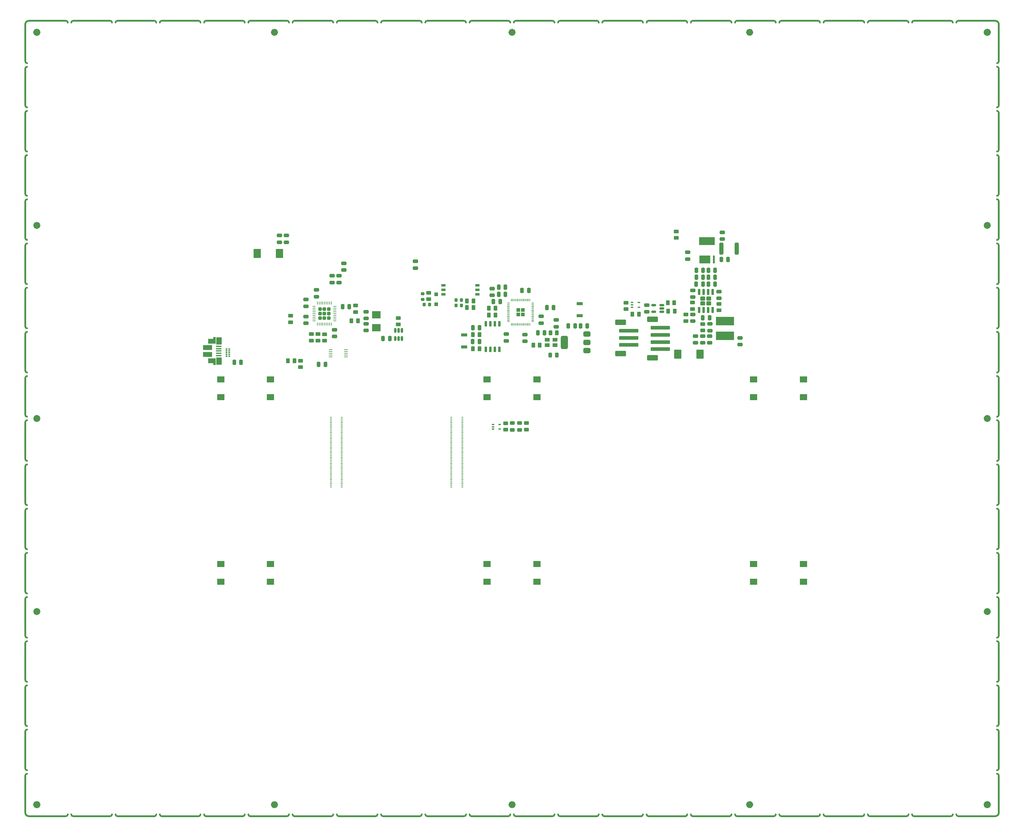
<source format=gtp>
G04 #@! TF.GenerationSoftware,KiCad,Pcbnew,8.0.4+1*
G04 #@! TF.CreationDate,2024-10-16T16:46:03+00:00*
G04 #@! TF.ProjectId,stencil,7374656e-6369-46c2-9e6b-696361645f70,4.0.0*
G04 #@! TF.SameCoordinates,Original*
G04 #@! TF.FileFunction,Paste,Top*
G04 #@! TF.FilePolarity,Positive*
%FSLAX46Y46*%
G04 Gerber Fmt 4.6, Leading zero omitted, Abs format (unit mm)*
G04 Created by KiCad (PCBNEW 8.0.4+1) date 2024-10-16 16:46:03*
%MOMM*%
%LPD*%
G01*
G04 APERTURE LIST*
G04 Aperture macros list*
%AMRoundRect*
0 Rectangle with rounded corners*
0 $1 Rounding radius*
0 $2 $3 $4 $5 $6 $7 $8 $9 X,Y pos of 4 corners*
0 Add a 4 corners polygon primitive as box body*
4,1,4,$2,$3,$4,$5,$6,$7,$8,$9,$2,$3,0*
0 Add four circle primitives for the rounded corners*
1,1,$1+$1,$2,$3*
1,1,$1+$1,$4,$5*
1,1,$1+$1,$6,$7*
1,1,$1+$1,$8,$9*
0 Add four rect primitives between the rounded corners*
20,1,$1+$1,$2,$3,$4,$5,0*
20,1,$1+$1,$4,$5,$6,$7,0*
20,1,$1+$1,$6,$7,$8,$9,0*
20,1,$1+$1,$8,$9,$2,$3,0*%
G04 Aperture macros list end*
%ADD10C,0.500000*%
%ADD11C,1.000000*%
%ADD12C,1.050000*%
%ADD13RoundRect,0.250000X0.262500X0.450000X-0.262500X0.450000X-0.262500X-0.450000X0.262500X-0.450000X0*%
%ADD14RoundRect,0.250000X-0.262500X-0.450000X0.262500X-0.450000X0.262500X0.450000X-0.262500X0.450000X0*%
%ADD15RoundRect,0.250000X-0.250000X-0.475000X0.250000X-0.475000X0.250000X0.475000X-0.250000X0.475000X0*%
%ADD16RoundRect,0.250000X0.475000X-0.250000X0.475000X0.250000X-0.475000X0.250000X-0.475000X-0.250000X0*%
%ADD17RoundRect,0.250000X-0.475000X0.250000X-0.475000X-0.250000X0.475000X-0.250000X0.475000X0.250000X0*%
%ADD18RoundRect,0.375000X0.625000X0.375000X-0.625000X0.375000X-0.625000X-0.375000X0.625000X-0.375000X0*%
%ADD19RoundRect,0.500000X0.500000X1.400000X-0.500000X1.400000X-0.500000X-1.400000X0.500000X-1.400000X0*%
%ADD20RoundRect,0.250000X0.250000X0.475000X-0.250000X0.475000X-0.250000X-0.475000X0.250000X-0.475000X0*%
%ADD21RoundRect,0.250000X0.787500X1.025000X-0.787500X1.025000X-0.787500X-1.025000X0.787500X-1.025000X0*%
%ADD22R,1.700000X0.900000*%
%ADD23RoundRect,0.250000X-0.450000X0.262500X-0.450000X-0.262500X0.450000X-0.262500X0.450000X0.262500X0*%
%ADD24R,2.400000X2.000000*%
%ADD25R,1.400000X1.100000*%
%ADD26RoundRect,0.250000X0.450000X-0.262500X0.450000X0.262500X-0.450000X0.262500X-0.450000X-0.262500X0*%
%ADD27RoundRect,0.243750X0.243750X0.456250X-0.243750X0.456250X-0.243750X-0.456250X0.243750X-0.456250X0*%
%ADD28R,2.000000X1.800000*%
%ADD29RoundRect,0.250000X-0.460000X0.315000X-0.460000X-0.315000X0.460000X-0.315000X0.460000X0.315000X0*%
%ADD30RoundRect,0.150000X-0.150000X0.737500X-0.150000X-0.737500X0.150000X-0.737500X0.150000X0.737500X0*%
%ADD31RoundRect,0.150000X0.150000X-0.512500X0.150000X0.512500X-0.150000X0.512500X-0.150000X-0.512500X0*%
%ADD32R,3.150000X2.200000*%
%ADD33R,0.600000X2.200000*%
%ADD34R,4.400000X2.200000*%
%ADD35R,1.650000X0.400000*%
%ADD36R,0.700000X1.825000*%
%ADD37R,1.500000X2.000000*%
%ADD38R,2.000000X1.350000*%
%ADD39R,2.500000X1.430000*%
%ADD40RoundRect,0.247500X-0.247500X0.247500X-0.247500X-0.247500X0.247500X-0.247500X0.247500X0.247500X0*%
%ADD41RoundRect,0.062500X-0.062500X0.350000X-0.062500X-0.350000X0.062500X-0.350000X0.062500X0.350000X0*%
%ADD42RoundRect,0.062500X-0.350000X0.062500X-0.350000X-0.062500X0.350000X-0.062500X0.350000X0.062500X0*%
%ADD43R,1.300000X0.800000*%
%ADD44R,1.100000X0.250000*%
%ADD45RoundRect,0.250000X0.292217X-0.292217X0.292217X0.292217X-0.292217X0.292217X-0.292217X-0.292217X0*%
%ADD46RoundRect,0.040000X0.040000X-0.310000X0.040000X0.310000X-0.040000X0.310000X-0.040000X-0.310000X0*%
%ADD47RoundRect,0.040000X0.310000X-0.040000X0.310000X0.040000X-0.310000X0.040000X-0.310000X-0.040000X0*%
%ADD48RoundRect,0.243750X-0.456250X0.243750X-0.456250X-0.243750X0.456250X-0.243750X0.456250X0.243750X0*%
%ADD49RoundRect,0.218750X-0.256250X0.218750X-0.256250X-0.218750X0.256250X-0.218750X0.256250X0.218750X0*%
%ADD50RoundRect,0.250000X-0.300000X0.300000X-0.300000X-0.300000X0.300000X-0.300000X0.300000X0.300000X0*%
%ADD51RoundRect,0.218750X-0.218750X-0.256250X0.218750X-0.256250X0.218750X0.256250X-0.218750X0.256250X0*%
%ADD52RoundRect,0.250000X0.312500X1.450000X-0.312500X1.450000X-0.312500X-1.450000X0.312500X-1.450000X0*%
%ADD53RoundRect,0.250000X2.500000X-0.250000X2.500000X0.250000X-2.500000X0.250000X-2.500000X-0.250000X0*%
%ADD54RoundRect,0.250000X1.250000X-0.550000X1.250000X0.550000X-1.250000X0.550000X-1.250000X-0.550000X0*%
%ADD55RoundRect,0.150000X0.150000X-0.650000X0.150000X0.650000X-0.150000X0.650000X-0.150000X-0.650000X0*%
%ADD56R,0.560000X0.160000*%
%ADD57RoundRect,0.075000X0.200000X-0.075000X0.200000X0.075000X-0.200000X0.075000X-0.200000X-0.075000X0*%
%ADD58RoundRect,0.100000X-0.225000X-0.100000X0.225000X-0.100000X0.225000X0.100000X-0.225000X0.100000X0*%
%ADD59R,5.100000X2.350000*%
%ADD60RoundRect,0.150000X0.512500X0.150000X-0.512500X0.150000X-0.512500X-0.150000X0.512500X-0.150000X0*%
G04 APERTURE END LIST*
D10*
X112903470Y167494385D02*
X123358015Y167494385D01*
X-26096525Y167494385D02*
G75*
G02*
X-25596525Y166994385I-1J-500001D01*
G01*
D11*
X20619385Y-53255615D02*
G75*
G02*
X19619385Y-53255615I-500000J0D01*
G01*
X19619385Y-53255615D02*
G75*
G02*
X20619385Y-53255615I500000J0D01*
G01*
D10*
X212039830Y166994385D02*
G75*
G02*
X212539830Y167494340I499955J0D01*
G01*
X137812560Y-56505615D02*
G75*
G02*
X137312585Y-56005615I25J500000D01*
G01*
D11*
X-46255615Y1119385D02*
G75*
G02*
X-47255615Y1119385I-500000J0D01*
G01*
X-47255615Y1119385D02*
G75*
G02*
X-46255615Y1119385I500000J0D01*
G01*
D10*
X223494385Y-7227831D02*
G75*
G02*
X223994369Y-7727831I0J-499984D01*
G01*
X125358015Y-56505615D02*
G75*
G02*
X124857985Y-56005615I-30J500000D01*
G01*
X-49505615Y-31116719D02*
G75*
G02*
X-50005615Y-30616719I1J500001D01*
G01*
X-49505615Y118216609D02*
G75*
G02*
X-50005615Y118716609I1J500001D01*
G01*
X137812560Y-56505615D02*
X148267105Y-56505615D01*
X223994385Y106272165D02*
G75*
G02*
X223494385Y105772185I-500000J20D01*
G01*
X223994385Y118716609D02*
G75*
G02*
X223494385Y118216585I-500000J-24D01*
G01*
X87994380Y-56505615D02*
G75*
G02*
X87494385Y-56005615I5J500000D01*
G01*
X149767105Y166994385D02*
G75*
G02*
X150267105Y167494365I499980J0D01*
G01*
X36176200Y167494385D02*
G75*
G02*
X36676185Y166994385I-15J-500000D01*
G01*
X223994385Y42049945D02*
X223994385Y31605501D01*
X61585290Y-56005615D02*
G75*
G02*
X61085290Y-56505620I-500005J0D01*
G01*
X-49505615Y6216613D02*
G75*
G02*
X-50005615Y6716613I1J500001D01*
G01*
X223994385Y166494385D02*
X223994385Y156049941D01*
D11*
X-46255615Y55494385D02*
G75*
G02*
X-47255615Y55494385I-500000J0D01*
G01*
X-47255615Y55494385D02*
G75*
G02*
X-46255615Y55494385I500000J0D01*
G01*
D10*
X11267110Y167494385D02*
G75*
G02*
X11767085Y166994385I-25J-500000D01*
G01*
X223994385Y56494389D02*
G75*
G02*
X223494385Y55994385I-500000J-4D01*
G01*
X223494385Y-19672275D02*
G75*
G02*
X223994425Y-20172275I0J-500040D01*
G01*
D11*
X-46255615Y109869385D02*
G75*
G02*
X-47255615Y109869385I-500000J0D01*
G01*
X-47255615Y109869385D02*
G75*
G02*
X-46255615Y109869385I500000J0D01*
G01*
D10*
X812565Y-56505615D02*
X11267110Y-56505615D01*
X25721655Y-56505615D02*
X36176200Y-56505615D01*
X173176195Y167494385D02*
G75*
G02*
X173676185Y166994385I-10J-500000D01*
G01*
X223494385Y-32116719D02*
G75*
G02*
X223994381Y-32616719I0J-499996D01*
G01*
X50630745Y167494385D02*
X61085290Y167494385D01*
X223994385Y-43061163D02*
G75*
G02*
X223494385Y-43561115I-500000J48D01*
G01*
X175176195Y167494385D02*
X185630740Y167494385D01*
X187130740Y166994385D02*
G75*
G02*
X187630740Y167494430I500045J0D01*
G01*
X162721650Y167494385D02*
X173176195Y167494385D01*
X123358015Y167494385D02*
G75*
G02*
X123857985Y166994385I-30J-500000D01*
G01*
X62585290Y166994385D02*
G75*
G02*
X63085290Y167494380I499995J0D01*
G01*
X25721655Y167494385D02*
X36176200Y167494385D01*
X223994385Y-45061163D02*
X223994385Y-55505607D01*
X223494385Y129661053D02*
G75*
G02*
X223994353Y129161053I0J-499968D01*
G01*
X-49505615Y31105501D02*
G75*
G02*
X-50005615Y31605501I1J500001D01*
G01*
X187630740Y-56505615D02*
G75*
G02*
X187130785Y-56005615I45J500000D01*
G01*
X87994380Y167494385D02*
X98448925Y167494385D01*
X223994385Y29605501D02*
X223994385Y19161057D01*
X223994385Y6716613D02*
G75*
G02*
X223494385Y6216585I-500000J-28D01*
G01*
X13267110Y-56505615D02*
X23721655Y-56505615D01*
X-24096525Y-56505615D02*
G75*
G02*
X-24596525Y-56005615I1J500001D01*
G01*
X312565Y166994385D02*
G75*
G02*
X812565Y167494405I500020J0D01*
G01*
X-49505615Y105772165D02*
G75*
G02*
X-50005615Y106272165I1J500001D01*
G01*
X75539835Y167494385D02*
X85994380Y167494385D01*
X212539830Y-56505615D02*
G75*
G02*
X212039785Y-56005615I-45J500000D01*
G01*
X160721650Y167494385D02*
G75*
G02*
X161221685Y166994385I35J-500000D01*
G01*
X63085290Y-56505615D02*
G75*
G02*
X62585285Y-56005615I-5J500000D01*
G01*
D12*
X221269385Y164244385D02*
G75*
G02*
X220219385Y164244385I-525000J0D01*
G01*
X220219385Y164244385D02*
G75*
G02*
X221269385Y164244385I525000J0D01*
G01*
D10*
X11767110Y-56005615D02*
G75*
G02*
X11267110Y-56505640I-500025J0D01*
G01*
D11*
X221244385Y1119385D02*
G75*
G02*
X220244385Y1119385I-500000J0D01*
G01*
X220244385Y1119385D02*
G75*
G02*
X221244385Y1119385I500000J0D01*
G01*
D10*
X50630745Y-56505615D02*
X61085290Y-56505615D01*
X223994385Y-18172275D02*
G75*
G02*
X223494385Y-18672315I-500000J-40D01*
G01*
X223994385Y31605501D02*
G75*
G02*
X223494385Y31105485I-500000J-16D01*
G01*
X-50005615Y29605501D02*
X-50005615Y19161057D01*
X24221655Y-56005615D02*
G75*
G02*
X23721655Y-56505585I-499970J0D01*
G01*
X812565Y167494385D02*
X11267110Y167494385D01*
X112403470Y166994385D02*
G75*
G02*
X112903470Y167494400I500015J0D01*
G01*
X-50005615Y91827721D02*
X-50005615Y81383277D01*
X223494385Y154549941D02*
G75*
G02*
X223994341Y154049941I0J-499956D01*
G01*
X185630740Y167494385D02*
G75*
G02*
X186130785Y166994385I45J-500000D01*
G01*
X137812560Y167494385D02*
X148267105Y167494385D01*
X-50005615Y141605497D02*
G75*
G02*
X-49505615Y142105497I500001J-1D01*
G01*
X-50005615Y-20172275D02*
G75*
G02*
X-49505615Y-19672275I500001J-1D01*
G01*
X223994385Y-7727831D02*
X223994385Y-18172275D01*
X223994385Y54494389D02*
X223994385Y44049945D01*
D11*
X221244385Y55494385D02*
G75*
G02*
X220244385Y55494385I-500000J0D01*
G01*
X220244385Y55494385D02*
G75*
G02*
X221244385Y55494385I500000J0D01*
G01*
D10*
X223994385Y-32616719D02*
X223994385Y-43061163D01*
X48630745Y167494385D02*
G75*
G02*
X49130785Y166994385I40J-500000D01*
G01*
X-50005615Y79383277D02*
G75*
G02*
X-49505615Y79883277I500001J-1D01*
G01*
D11*
X87494385Y-53255615D02*
G75*
G02*
X86494385Y-53255615I-500000J0D01*
G01*
X86494385Y-53255615D02*
G75*
G02*
X87494385Y-53255615I500000J0D01*
G01*
D10*
X-49505615Y93327721D02*
G75*
G02*
X-50005615Y93827721I1J500001D01*
G01*
X223994385Y91827721D02*
X223994385Y81383277D01*
X-49505615Y68438833D02*
G75*
G02*
X-50005615Y68938833I1J500001D01*
G01*
X200085285Y-56505615D02*
X210539830Y-56505615D01*
X124858015Y166994385D02*
G75*
G02*
X125358015Y167494355I499970J0D01*
G01*
X38176200Y167494385D02*
X48630745Y167494385D01*
X223994385Y-30616719D02*
G75*
G02*
X223494385Y-31116715I-500000J4D01*
G01*
X-24596525Y166994385D02*
G75*
G02*
X-24096525Y167494385I500001J-1D01*
G01*
X223994385Y154049941D02*
X223994385Y143605497D01*
X12767110Y166994385D02*
G75*
G02*
X13267110Y167494360I499975J0D01*
G01*
X223494385Y42549945D02*
G75*
G02*
X223994345Y42049945I0J-499960D01*
G01*
X-24096525Y-56505615D02*
X-13641980Y-56505615D01*
X-50005615Y66938833D02*
G75*
G02*
X-49505615Y67438833I500001J-1D01*
G01*
X-50005615Y129161053D02*
G75*
G02*
X-49505615Y129661053I500001J-1D01*
G01*
X223994385Y116716609D02*
X223994385Y106272165D01*
X-50005615Y91827721D02*
G75*
G02*
X-49505615Y92327721I500001J-1D01*
G01*
X-687435Y-56005615D02*
G75*
G02*
X-1187435Y-56505595I-499980J0D01*
G01*
X87494380Y166994385D02*
G75*
G02*
X87994380Y167494390I500005J0D01*
G01*
X-50005615Y17161057D02*
G75*
G02*
X-49505615Y17661057I500001J-1D01*
G01*
X98448925Y167494385D02*
G75*
G02*
X98948885Y166994385I-40J-500000D01*
G01*
X112903470Y-56505615D02*
X123358015Y-56505615D01*
X162721650Y-56505615D02*
X173176195Y-56505615D01*
X187630740Y167494385D02*
X198085285Y167494385D01*
X-49505615Y18661057D02*
G75*
G02*
X-50005615Y19161057I1J500001D01*
G01*
X-49505615Y-6227831D02*
G75*
G02*
X-50005615Y-5727831I1J500001D01*
G01*
X223494385Y54994389D02*
G75*
G02*
X223994389Y54494389I0J-500004D01*
G01*
X-13141980Y-56005615D02*
G75*
G02*
X-13641980Y-56505620I-500005J0D01*
G01*
X200085285Y167494385D02*
X210539830Y167494385D01*
X111403470Y-56005615D02*
G75*
G02*
X110903470Y-56505600I-499985J0D01*
G01*
X223994385Y68938833D02*
G75*
G02*
X223494385Y68438785I-500000J-48D01*
G01*
X-50005615Y42049945D02*
X-50005615Y31605501D01*
X-50005615Y166494385D02*
X-50005615Y156049941D01*
X-50005615Y104272165D02*
X-50005615Y93827721D01*
X23721655Y167494385D02*
G75*
G02*
X24221685Y166994385I30J-500000D01*
G01*
X75039835Y166994385D02*
G75*
G02*
X75539835Y167494435I500050J0D01*
G01*
X-11641980Y167494385D02*
X-1187435Y167494385D01*
X223994385Y17161057D02*
X223994385Y6716613D01*
X223994385Y129161053D02*
X223994385Y118716609D01*
X-50005615Y116716609D02*
X-50005615Y106272165D01*
X175176195Y-56505615D02*
X185630740Y-56505615D01*
X223994385Y104272165D02*
X223994385Y93827721D01*
X-50005615Y4716613D02*
G75*
G02*
X-49505615Y5216613I500001J-1D01*
G01*
X223494385Y142105497D02*
G75*
G02*
X223994397Y141605497I0J-500012D01*
G01*
X-50005615Y141605497D02*
X-50005615Y131161053D01*
D11*
X154369385Y164244385D02*
G75*
G02*
X153369385Y164244385I-500000J0D01*
G01*
X153369385Y164244385D02*
G75*
G02*
X154369385Y164244385I500000J0D01*
G01*
D10*
X-25596525Y-56005615D02*
G75*
G02*
X-26096525Y-56505615I-500001J1D01*
G01*
X210539830Y167494385D02*
G75*
G02*
X211039785Y166994385I-45J-500000D01*
G01*
X-11641980Y-56505615D02*
X-1187435Y-56505615D01*
X-49005615Y-56505615D02*
X-38551070Y-56505615D01*
X-50005615Y4716613D02*
X-50005615Y-5727831D01*
X199585285Y166994385D02*
G75*
G02*
X200085285Y167494385I500000J0D01*
G01*
X13267110Y167494385D02*
X23721655Y167494385D01*
X63085290Y-56505615D02*
X73539835Y-56505615D01*
X75539835Y-56505615D02*
X85994380Y-56505615D01*
X-50005615Y-32616719D02*
G75*
G02*
X-49505615Y-32116719I500001J-1D01*
G01*
D11*
X20619385Y164244385D02*
G75*
G02*
X19619385Y164244385I-500000J0D01*
G01*
X19619385Y164244385D02*
G75*
G02*
X20619385Y164244385I500000J0D01*
G01*
D10*
X150267105Y167494385D02*
X160721650Y167494385D01*
X223994385Y79383277D02*
X223994385Y68938833D01*
X-50005615Y116716609D02*
G75*
G02*
X-49505615Y117216609I500001J-1D01*
G01*
X-50005615Y42049945D02*
G75*
G02*
X-49505615Y42549945I500001J-1D01*
G01*
X-49505615Y-43561163D02*
G75*
G02*
X-50005615Y-43061163I1J500001D01*
G01*
X223994385Y19161057D02*
G75*
G02*
X223494385Y18661085I-500000J28D01*
G01*
X37676200Y166994385D02*
G75*
G02*
X38176200Y167494370I499985J0D01*
G01*
X223494385Y5216613D02*
G75*
G02*
X223994413Y4716613I0J-500028D01*
G01*
X223994385Y-55505615D02*
G75*
G02*
X222994385Y-56505615I-1000000J0D01*
G01*
X-13641980Y167494385D02*
G75*
G02*
X-13141985Y166994385I-5J-500000D01*
G01*
X-49505615Y143105497D02*
G75*
G02*
X-50005615Y143605497I1J500001D01*
G01*
X-49505615Y-18672275D02*
G75*
G02*
X-50005615Y-18172275I1J500001D01*
G01*
X135812560Y167494385D02*
G75*
G02*
X136312585Y166994385I25J-500000D01*
G01*
X212539830Y-56505615D02*
X222994375Y-56505615D01*
D12*
X221269385Y-53255615D02*
G75*
G02*
X220219385Y-53255615I-525000J0D01*
G01*
X220219385Y-53255615D02*
G75*
G02*
X221269385Y-53255615I525000J0D01*
G01*
D10*
X49130745Y-56005615D02*
G75*
G02*
X48630745Y-56505575I-499960J0D01*
G01*
X-50005615Y54494389D02*
G75*
G02*
X-49505615Y54994389I500001J-1D01*
G01*
X137312560Y166994385D02*
G75*
G02*
X137812560Y167494410I500025J0D01*
G01*
X186130740Y-56005615D02*
G75*
G02*
X185630740Y-56505570I-499955J0D01*
G01*
D11*
X221244385Y109869385D02*
G75*
G02*
X220244385Y109869385I-500000J0D01*
G01*
X220244385Y109869385D02*
G75*
G02*
X221244385Y109869385I500000J0D01*
G01*
D10*
X98948925Y-56005615D02*
G75*
G02*
X98448925Y-56505655I-500040J0D01*
G01*
X25221655Y166994385D02*
G75*
G02*
X25721655Y167494415I500030J0D01*
G01*
X63085290Y167494385D02*
X73539835Y167494385D01*
X223494385Y17661057D02*
G75*
G02*
X223994357Y17161057I0J-499972D01*
G01*
X223494385Y30105501D02*
G75*
G02*
X223994401Y29605501I0J-500016D01*
G01*
X223494385Y67438833D02*
G75*
G02*
X223994433Y66938833I0J-500048D01*
G01*
X223994385Y131161053D02*
G75*
G02*
X223494385Y130661085I-500000J32D01*
G01*
D11*
X87494385Y164244385D02*
G75*
G02*
X86494385Y164244385I-500000J0D01*
G01*
X86494385Y164244385D02*
G75*
G02*
X87494385Y164244385I500000J0D01*
G01*
D10*
X-38051070Y-56005615D02*
G75*
G02*
X-38551070Y-56505615I-500001J1D01*
G01*
X-1187435Y167494385D02*
G75*
G02*
X-687415Y166994385I20J-500000D01*
G01*
X87994380Y-56505615D02*
X98448925Y-56505615D01*
X36676200Y-56005615D02*
G75*
G02*
X36176200Y-56505630I-500015J0D01*
G01*
X73539835Y167494385D02*
G75*
G02*
X74039785Y166994385I-50J-500000D01*
G01*
X223994385Y93827721D02*
G75*
G02*
X223494385Y93327685I-500000J-36D01*
G01*
X99948925Y166994385D02*
G75*
G02*
X100448925Y167494345I499960J0D01*
G01*
X223494385Y79883277D02*
G75*
G02*
X223994377Y79383277I0J-499992D01*
G01*
X-50005615Y154049941D02*
X-50005615Y143605497D01*
X86494380Y-56005615D02*
G75*
G02*
X85994380Y-56505610I-499995J0D01*
G01*
X74039835Y-56005615D02*
G75*
G02*
X73539835Y-56505665I-500050J0D01*
G01*
X-50005615Y129161053D02*
X-50005615Y118716609D01*
X222994385Y167494385D02*
G75*
G02*
X223994385Y166494385I0J-1000000D01*
G01*
X223494385Y92327721D02*
G75*
G02*
X223994421Y91827721I0J-500036D01*
G01*
X212539830Y167494385D02*
X222994375Y167494385D01*
X-11641980Y-56505615D02*
G75*
G02*
X-12142015Y-56005615I-35J500000D01*
G01*
X125358015Y-56505615D02*
X135812560Y-56505615D01*
X100448925Y167494385D02*
X110903470Y167494385D01*
X-49505615Y80883277D02*
G75*
G02*
X-50005615Y81383277I1J500001D01*
G01*
X112903470Y-56505615D02*
G75*
G02*
X112403485Y-56005615I15J500000D01*
G01*
X162221650Y166994385D02*
G75*
G02*
X162721650Y167494420I500035J0D01*
G01*
X50630745Y-56505615D02*
G75*
G02*
X50130785Y-56005615I40J500000D01*
G01*
X223994385Y143605497D02*
G75*
G02*
X223494385Y143105485I-500000J-12D01*
G01*
X-49505615Y155549941D02*
G75*
G02*
X-50005615Y156049941I1J500001D01*
G01*
X-49005615Y167494385D02*
X-38551070Y167494385D01*
X-36551070Y-56505615D02*
X-26096525Y-56505615D01*
X100448925Y-56505615D02*
G75*
G02*
X99948885Y-56005615I-40J500000D01*
G01*
X148267105Y167494385D02*
G75*
G02*
X148767085Y166994385I-20J-500000D01*
G01*
X38176200Y-56505615D02*
X48630745Y-56505615D01*
X211039830Y-56005615D02*
G75*
G02*
X210539830Y-56505660I-500045J0D01*
G01*
X-50005615Y-7727831D02*
G75*
G02*
X-49505615Y-7227831I500001J-1D01*
G01*
X-50005615Y166494385D02*
G75*
G02*
X-49005615Y167494385I999999J1D01*
G01*
X-50005615Y54494389D02*
X-50005615Y44049945D01*
X-49505615Y130661053D02*
G75*
G02*
X-50005615Y131161053I1J500001D01*
G01*
X-50005615Y66938833D02*
X-50005615Y56494389D01*
X123858015Y-56005615D02*
G75*
G02*
X123358015Y-56505645I-500030J0D01*
G01*
X-50005615Y17161057D02*
X-50005615Y6716613D01*
X223994385Y156049941D02*
G75*
G02*
X223494385Y155549985I-500000J44D01*
G01*
D12*
X-46230615Y-53255615D02*
G75*
G02*
X-47280615Y-53255615I-525000J0D01*
G01*
X-47280615Y-53255615D02*
G75*
G02*
X-46230615Y-53255615I525000J0D01*
G01*
D10*
X223994385Y66938833D02*
X223994385Y56494389D01*
X61085290Y167494385D02*
G75*
G02*
X61585285Y166994385I-5J-500000D01*
G01*
X-50005615Y-45061163D02*
X-50005615Y-55505607D01*
X-50005615Y154049941D02*
G75*
G02*
X-49505615Y154549941I500001J-1D01*
G01*
X223494385Y104772165D02*
G75*
G02*
X223994365Y104272165I0J-499980D01*
G01*
X174676195Y166994385D02*
G75*
G02*
X175176195Y167494375I499990J0D01*
G01*
X-50005615Y104272165D02*
G75*
G02*
X-49505615Y104772165I500001J-1D01*
G01*
X223994385Y-5727831D02*
G75*
G02*
X223494385Y-6227815I-500000J16D01*
G01*
X-50005615Y-32616719D02*
X-50005615Y-43061163D01*
X148767105Y-56005615D02*
G75*
G02*
X148267105Y-56505635I-500020J0D01*
G01*
X187630740Y-56505615D02*
X198085285Y-56505615D01*
X50130745Y166994385D02*
G75*
G02*
X50630745Y167494425I500040J0D01*
G01*
X-50005615Y29605501D02*
G75*
G02*
X-49505615Y30105501I500001J-1D01*
G01*
X-50005615Y-45061163D02*
G75*
G02*
X-49505615Y-44561163I500001J-1D01*
G01*
X110903470Y167494385D02*
G75*
G02*
X111403485Y166994385I15J-500000D01*
G01*
X25721655Y-56505615D02*
G75*
G02*
X25221685Y-56005615I30J500000D01*
G01*
X223994385Y-20172275D02*
X223994385Y-30616719D01*
X150267105Y-56505615D02*
G75*
G02*
X149767085Y-56005615I-20J500000D01*
G01*
X-36551070Y167494385D02*
X-26096525Y167494385D01*
X13267110Y-56505615D02*
G75*
G02*
X12767085Y-56005615I-25J500000D01*
G01*
X-49005615Y-56505615D02*
G75*
G02*
X-50005615Y-55505615I-1J999999D01*
G01*
X125358015Y167494385D02*
X135812560Y167494385D01*
X161221650Y-56005615D02*
G75*
G02*
X160721650Y-56505580I-499965J0D01*
G01*
X200085285Y-56505615D02*
G75*
G02*
X199585285Y-56005615I0J500000D01*
G01*
X223994385Y81383277D02*
G75*
G02*
X223494385Y80883285I-500000J8D01*
G01*
X-24096525Y167494385D02*
X-13641980Y167494385D01*
X223494385Y117216609D02*
G75*
G02*
X223994409Y116716609I0J-500024D01*
G01*
X198085285Y167494385D02*
G75*
G02*
X198585285Y166994385I0J-500000D01*
G01*
X-49505615Y43549945D02*
G75*
G02*
X-50005615Y44049945I1J500001D01*
G01*
X-50005615Y-20172275D02*
X-50005615Y-30616719D01*
X-38551070Y167494385D02*
G75*
G02*
X-38051070Y166994385I-1J-500001D01*
G01*
X136312560Y-56005615D02*
G75*
G02*
X135812560Y-56505590I-499975J0D01*
G01*
X173676195Y-56005615D02*
G75*
G02*
X173176195Y-56505625I-500010J0D01*
G01*
X38176200Y-56505615D02*
G75*
G02*
X37676185Y-56005615I-15J500000D01*
G01*
X150267105Y-56505615D02*
X160721650Y-56505615D01*
X-50005615Y-7727831D02*
X-50005615Y-18172275D01*
X223994385Y141605497D02*
X223994385Y131161053D01*
X175176195Y-56505615D02*
G75*
G02*
X174676185Y-56005615I-10J500000D01*
G01*
X812565Y-56505615D02*
G75*
G02*
X312585Y-56005615I20J500000D01*
G01*
D12*
X-46230615Y164244385D02*
G75*
G02*
X-47280615Y164244385I-525000J0D01*
G01*
X-47280615Y164244385D02*
G75*
G02*
X-46230615Y164244385I525000J0D01*
G01*
D10*
X223994385Y44049945D02*
G75*
G02*
X223494385Y43549985I-500000J40D01*
G01*
X-50005615Y79383277D02*
X-50005615Y68938833D01*
X223994385Y4716613D02*
X223994385Y-5727831D01*
X85994380Y167494385D02*
G75*
G02*
X86494385Y166994385I5J-500000D01*
G01*
X198585285Y-56005615D02*
G75*
G02*
X198085285Y-56505615I-500000J0D01*
G01*
X-37051070Y166994385D02*
G75*
G02*
X-36551070Y167494385I500001J-1D01*
G01*
X223494385Y-44561163D02*
G75*
G02*
X223994337Y-45061163I0J-499952D01*
G01*
X-49505615Y55994389D02*
G75*
G02*
X-50005615Y56494389I1J500001D01*
G01*
X100448925Y-56505615D02*
X110903470Y-56505615D01*
X-12141980Y166994385D02*
G75*
G02*
X-11641980Y167494350I499965J0D01*
G01*
D11*
X154369385Y-53255615D02*
G75*
G02*
X153369385Y-53255615I-500000J0D01*
G01*
X153369385Y-53255615D02*
G75*
G02*
X154369385Y-53255615I500000J0D01*
G01*
D10*
X-36551070Y-56505615D02*
G75*
G02*
X-37051070Y-56005615I1J500001D01*
G01*
X162721650Y-56505615D02*
G75*
G02*
X162221685Y-56005615I35J500000D01*
G01*
X75539835Y-56505615D02*
G75*
G02*
X75039885Y-56005615I50J500000D01*
G01*
D13*
G04 #@! TO.C,R18*
X132756885Y85744385D03*
X130931885Y85744385D03*
G04 #@! TD*
D14*
G04 #@! TO.C,R21*
X92971885Y76184385D03*
X94796885Y76184385D03*
G04 #@! TD*
D15*
G04 #@! TO.C,C23*
X96794385Y86724385D03*
X98694385Y86724385D03*
G04 #@! TD*
D16*
G04 #@! TO.C,C48*
X29004385Y87084385D03*
X29004385Y88984385D03*
G04 #@! TD*
D14*
G04 #@! TO.C,R10*
X80481885Y86534385D03*
X82306885Y86534385D03*
G04 #@! TD*
D16*
G04 #@! TO.C,C21*
X81434385Y90194385D03*
X81434385Y92094385D03*
G04 #@! TD*
D17*
G04 #@! TO.C,C49*
X29004385Y84204385D03*
X29004385Y82304385D03*
G04 #@! TD*
D16*
G04 #@! TO.C,C29*
X137834385Y82884385D03*
X137834385Y84784385D03*
G04 #@! TD*
D14*
G04 #@! TO.C,R9*
X76019385Y75144385D03*
X77844385Y75144385D03*
G04 #@! TD*
D16*
G04 #@! TO.C,C28*
X138644385Y76824385D03*
X138644385Y78724385D03*
G04 #@! TD*
D18*
G04 #@! TO.C,U5*
X108034385Y74644385D03*
X108034385Y76944385D03*
D19*
X101734385Y76944385D03*
D18*
X108034385Y79244385D03*
G04 #@! TD*
D13*
G04 #@! TO.C,R20*
X122674485Y84857785D03*
X120849485Y84857785D03*
G04 #@! TD*
D20*
G04 #@! TO.C,C24*
X104754385Y81574385D03*
X102854385Y81574385D03*
G04 #@! TD*
D16*
G04 #@! TO.C,C44*
X31974385Y89784385D03*
X31974385Y91684385D03*
G04 #@! TD*
D21*
G04 #@! TO.C,C43*
X21521885Y101951985D03*
X15296885Y101951985D03*
G04 #@! TD*
D22*
G04 #@! TO.C,SW4*
X106004385Y84434385D03*
X106004385Y87834385D03*
G04 #@! TD*
D14*
G04 #@! TO.C,R6*
X80481885Y84634385D03*
X82306885Y84634385D03*
G04 #@! TD*
D15*
G04 #@! TO.C,C45*
X39284385Y87004385D03*
X41184385Y87004385D03*
G04 #@! TD*
D20*
G04 #@! TO.C,C15*
X77831885Y77144385D03*
X75931885Y77144385D03*
G04 #@! TD*
D23*
G04 #@! TO.C,R29*
X54985385Y83789085D03*
X54985385Y81964085D03*
G04 #@! TD*
D16*
G04 #@! TO.C,C42*
X23518985Y105116785D03*
X23518985Y107016785D03*
G04 #@! TD*
D24*
G04 #@! TO.C,Y1*
X48834385Y84724385D03*
X48834385Y81024385D03*
G04 #@! TD*
D21*
G04 #@! TO.C,C33*
X139885885Y73580185D03*
X133660885Y73580185D03*
G04 #@! TD*
D14*
G04 #@! TO.C,R8*
X76019385Y79144385D03*
X77844385Y79144385D03*
G04 #@! TD*
D23*
G04 #@! TO.C,R25*
X32374385Y79242485D03*
X32374385Y77417485D03*
G04 #@! TD*
D15*
G04 #@! TO.C,C34*
X140684385Y83884385D03*
X142584385Y83884385D03*
G04 #@! TD*
D23*
G04 #@! TO.C,R28*
X34274385Y79232485D03*
X34274385Y77407485D03*
G04 #@! TD*
D25*
G04 #@! TO.C,Y2*
X96894385Y76106684D03*
X99094385Y76106684D03*
X99094385Y77706686D03*
X96894385Y77706686D03*
G04 #@! TD*
D26*
G04 #@! TO.C,R15*
X137824385Y86311885D03*
X137824385Y88136885D03*
G04 #@! TD*
D27*
G04 #@! TO.C,D2*
X99631885Y73314385D03*
X97756885Y73314385D03*
G04 #@! TD*
D28*
G04 #@! TO.C,SW6*
X79994385Y66494385D03*
X93994385Y66494385D03*
X79994385Y61494385D03*
X93994385Y61494385D03*
G04 #@! TD*
D16*
G04 #@! TO.C,C8*
X136414385Y100374385D03*
X136414385Y102274385D03*
G04 #@! TD*
G04 #@! TO.C,C37*
X151124385Y76314385D03*
X151124385Y78214385D03*
G04 #@! TD*
D26*
G04 #@! TO.C,R7*
X119114385Y86291885D03*
X119114385Y88116885D03*
G04 #@! TD*
D22*
G04 #@! TO.C,SW3*
X73504385Y75644385D03*
X73504385Y79044385D03*
G04 #@! TD*
D26*
G04 #@! TO.C,R13*
X145204385Y85951885D03*
X145204385Y87776885D03*
G04 #@! TD*
D16*
G04 #@! TO.C,C32*
X142614385Y76824385D03*
X142614385Y78724385D03*
G04 #@! TD*
D23*
G04 #@! TO.C,R26*
X30474385Y79242485D03*
X30474385Y77417485D03*
G04 #@! TD*
D16*
G04 #@! TO.C,C30*
X145204385Y89324385D03*
X145204385Y91224385D03*
G04 #@! TD*
D23*
G04 #@! TO.C,R23*
X27502585Y71774885D03*
X27502585Y69949885D03*
G04 #@! TD*
D17*
G04 #@! TO.C,C35*
X137834385Y91574385D03*
X137834385Y89674385D03*
G04 #@! TD*
D20*
G04 #@! TO.C,C9*
X140744385Y95304385D03*
X138844385Y95304385D03*
G04 #@! TD*
D29*
G04 #@! TO.C,U6*
X142364385Y89274385D03*
X140664385Y89274385D03*
X142364385Y87914385D03*
X140664385Y87914385D03*
D30*
X143419385Y91156885D03*
X142149385Y91156885D03*
X140879385Y91156885D03*
X139609385Y91156885D03*
X139609385Y86031885D03*
X140879385Y86031885D03*
X142149385Y86031885D03*
X143419385Y86031885D03*
G04 #@! TD*
D20*
G04 #@! TO.C,C18*
X77855585Y81098585D03*
X75955585Y81098585D03*
G04 #@! TD*
D16*
G04 #@! TO.C,C41*
X21558985Y105116785D03*
X21558985Y107016785D03*
G04 #@! TD*
D13*
G04 #@! TO.C,R22*
X25773485Y71776785D03*
X23948485Y71776785D03*
G04 #@! TD*
D26*
G04 #@! TO.C,R3*
X63540985Y89085485D03*
X63540985Y90910485D03*
G04 #@! TD*
D17*
G04 #@! TO.C,C19*
X85344385Y79244385D03*
X85344385Y77344385D03*
G04 #@! TD*
D31*
G04 #@! TO.C,U10*
X54136985Y77979885D03*
X55086985Y77979885D03*
X56036985Y77979885D03*
X56036985Y80254885D03*
X55086985Y80254885D03*
X54136985Y80254885D03*
G04 #@! TD*
D14*
G04 #@! TO.C,R27*
X41781885Y83014385D03*
X43606885Y83014385D03*
G04 #@! TD*
D15*
G04 #@! TO.C,C50*
X8794385Y71344385D03*
X10694385Y71344385D03*
G04 #@! TD*
D32*
G04 #@! TO.C,Q1*
X141219385Y100234385D03*
D33*
X143759385Y100234385D03*
D34*
X141854385Y105434385D03*
G04 #@! TD*
D14*
G04 #@! TO.C,R11*
X97781885Y79606685D03*
X99606885Y79606685D03*
G04 #@! TD*
D17*
G04 #@! TO.C,C51*
X39694385Y99194385D03*
X39694385Y97294385D03*
G04 #@! TD*
G04 #@! TO.C,C1*
X59794385Y99744385D03*
X59794385Y97844385D03*
G04 #@! TD*
D15*
G04 #@! TO.C,C3*
X142274385Y97264385D03*
X144174385Y97264385D03*
G04 #@! TD*
D20*
G04 #@! TO.C,C2*
X147774385Y100264385D03*
X145874385Y100264385D03*
G04 #@! TD*
D16*
G04 #@! TO.C,C4*
X146164385Y106014385D03*
X146164385Y107914385D03*
G04 #@! TD*
D35*
G04 #@! TO.C,J9*
X4429385Y75819385D03*
X4429385Y75169385D03*
X4429385Y74519385D03*
X4429385Y73869385D03*
X4429385Y73219385D03*
D36*
X3229385Y77469385D03*
D37*
X4529385Y77369385D03*
D38*
X2479385Y77249385D03*
D39*
X1279385Y75479385D03*
X1279385Y73559385D03*
D38*
X2479385Y71769385D03*
D37*
X4549385Y71619385D03*
D36*
X3229385Y71519385D03*
G04 #@! TD*
D16*
G04 #@! TO.C,C36*
X140624385Y76814385D03*
X140624385Y78714385D03*
G04 #@! TD*
D17*
G04 #@! TO.C,C40*
X36344385Y95694385D03*
X36344385Y93794385D03*
G04 #@! TD*
D28*
G04 #@! TO.C,SW5*
X4994385Y66494385D03*
X18994385Y66494385D03*
X4994385Y61494385D03*
X18994385Y61494385D03*
G04 #@! TD*
D40*
G04 #@! TO.C,U9*
X35414385Y86264385D03*
X34184385Y86264385D03*
X32954385Y86264385D03*
X35414385Y85034385D03*
X34184385Y85034385D03*
X32954385Y85034385D03*
X35414385Y83804385D03*
X34184385Y83804385D03*
X32954385Y83804385D03*
D41*
X36184385Y87971885D03*
X35684385Y87971885D03*
X35184385Y87971885D03*
X34684385Y87971885D03*
X34184385Y87971885D03*
X33684385Y87971885D03*
X33184385Y87971885D03*
X32684385Y87971885D03*
X32184385Y87971885D03*
D42*
X31246885Y87034385D03*
X31246885Y86534385D03*
X31246885Y86034385D03*
X31246885Y85534385D03*
X31246885Y85034385D03*
X31246885Y84534385D03*
X31246885Y84034385D03*
X31246885Y83534385D03*
X31246885Y83034385D03*
D41*
X32184385Y82096885D03*
X32684385Y82096885D03*
X33184385Y82096885D03*
X33684385Y82096885D03*
X34184385Y82096885D03*
X34684385Y82096885D03*
X35184385Y82096885D03*
X35684385Y82096885D03*
X36184385Y82096885D03*
D42*
X37121885Y83034385D03*
X37121885Y83534385D03*
X37121885Y84034385D03*
X37121885Y84534385D03*
X37121885Y85034385D03*
X37121885Y85534385D03*
X37121885Y86034385D03*
X37121885Y86534385D03*
X37121885Y87034385D03*
G04 #@! TD*
D43*
G04 #@! TO.C,U2*
X67705985Y92992985D03*
X67705985Y91722985D03*
X67705985Y90452985D03*
X77205985Y90452985D03*
X77205985Y91722985D03*
X77205985Y92992985D03*
G04 #@! TD*
D44*
G04 #@! TO.C,U8*
X40264385Y72884385D03*
X40264385Y73384385D03*
X40264385Y73884385D03*
X40264385Y74384385D03*
X40264385Y74884385D03*
X35964385Y74884385D03*
X35964385Y74384385D03*
X35964385Y73884385D03*
X35964385Y73384385D03*
X35964385Y72884385D03*
G04 #@! TD*
D13*
G04 #@! TO.C,R4*
X76115885Y88602985D03*
X74290885Y88602985D03*
G04 #@! TD*
D26*
G04 #@! TO.C,R16*
X91034385Y52379385D03*
X91034385Y54204385D03*
G04 #@! TD*
G04 #@! TO.C,R24*
X42964385Y85461885D03*
X42964385Y87286885D03*
G04 #@! TD*
D45*
G04 #@! TO.C,U3*
X88756885Y84756885D03*
X90031885Y84756885D03*
X88756885Y86031885D03*
X90031885Y86031885D03*
D46*
X86794385Y81956885D03*
X87194385Y81956885D03*
X87594385Y81956885D03*
X87994385Y81956885D03*
X88394385Y81956885D03*
X88794385Y81956885D03*
X89194385Y81956885D03*
X89594385Y81956885D03*
X89994385Y81956885D03*
X90394385Y81956885D03*
X90794385Y81956885D03*
X91194385Y81956885D03*
X91594385Y81956885D03*
X91994385Y81956885D03*
D47*
X92831885Y82794385D03*
X92831885Y83194385D03*
X92831885Y83594385D03*
X92831885Y83994385D03*
X92831885Y84394385D03*
X92831885Y84794385D03*
X92831885Y85194385D03*
X92831885Y85594385D03*
X92831885Y85994385D03*
X92831885Y86394385D03*
X92831885Y86794385D03*
X92831885Y87194385D03*
X92831885Y87594385D03*
X92831885Y87994385D03*
D46*
X91994385Y88831885D03*
X91594385Y88831885D03*
X91194385Y88831885D03*
X90794385Y88831885D03*
X90394385Y88831885D03*
X89994385Y88831885D03*
X89594385Y88831885D03*
X89194385Y88831885D03*
X88794385Y88831885D03*
X88394385Y88831885D03*
X87994385Y88831885D03*
X87594385Y88831885D03*
X87194385Y88831885D03*
X86794385Y88831885D03*
D47*
X85956885Y87994385D03*
X85956885Y87594385D03*
X85956885Y87194385D03*
X85956885Y86794385D03*
X85956885Y86394385D03*
X85956885Y85994385D03*
X85956885Y85594385D03*
X85956885Y85194385D03*
X85956885Y84794385D03*
X85956885Y84394385D03*
X85956885Y83994385D03*
X85956885Y83594385D03*
X85956885Y83194385D03*
X85956885Y82794385D03*
G04 #@! TD*
D20*
G04 #@! TO.C,C46*
X34464385Y70694385D03*
X32564385Y70694385D03*
G04 #@! TD*
D48*
G04 #@! TO.C,D7*
X87084385Y54179385D03*
X87084385Y52304385D03*
G04 #@! TD*
D20*
G04 #@! TO.C,C38*
X52582585Y78050585D03*
X50682585Y78050585D03*
G04 #@! TD*
G04 #@! TO.C,C27*
X108174385Y81544385D03*
X106274385Y81544385D03*
G04 #@! TD*
D15*
G04 #@! TO.C,C10*
X142254385Y95284385D03*
X144154385Y95284385D03*
G04 #@! TD*
D13*
G04 #@! TO.C,R19*
X132656885Y88044385D03*
X130831885Y88044385D03*
G04 #@! TD*
D26*
G04 #@! TO.C,R12*
X135904385Y82951885D03*
X135904385Y84776885D03*
G04 #@! TD*
D15*
G04 #@! TO.C,C13*
X89784385Y91534385D03*
X91684385Y91534385D03*
G04 #@! TD*
D14*
G04 #@! TO.C,R5*
X74290885Y86702985D03*
X76115885Y86702985D03*
G04 #@! TD*
D49*
G04 #@! TO.C,L4*
X61815985Y90585485D03*
X61815985Y89010485D03*
G04 #@! TD*
D50*
G04 #@! TO.C,D1*
X65655985Y90472985D03*
X65655985Y87672985D03*
G04 #@! TD*
D20*
G04 #@! TO.C,C17*
X85134385Y92454385D03*
X83234385Y92454385D03*
G04 #@! TD*
D26*
G04 #@! TO.C,R1*
X133191985Y106348085D03*
X133191985Y108173085D03*
G04 #@! TD*
D51*
G04 #@! TO.C,L1*
X62228485Y87572985D03*
X63803485Y87572985D03*
G04 #@! TD*
D20*
G04 #@! TO.C,C22*
X96144385Y79606685D03*
X94244385Y79606685D03*
G04 #@! TD*
D52*
G04 #@! TO.C,F1*
X150201885Y103284385D03*
X145926885Y103284385D03*
G04 #@! TD*
D53*
G04 #@! TO.C,J28*
X119794385Y76194385D03*
X119794385Y78194385D03*
X119794385Y80194385D03*
D54*
X117544385Y73794385D03*
X117544385Y82594385D03*
G04 #@! TD*
D28*
G04 #@! TO.C,SW10*
X154994385Y14494385D03*
X168994385Y14494385D03*
X154994385Y9494385D03*
X168994385Y9494385D03*
G04 #@! TD*
D55*
G04 #@! TO.C,U4*
X79589385Y74944385D03*
X80859385Y74944385D03*
X82129385Y74944385D03*
X83399385Y74944385D03*
X83399385Y82144385D03*
X82129385Y82144385D03*
X80859385Y82144385D03*
X79589385Y82144385D03*
G04 #@! TD*
D17*
G04 #@! TO.C,C47*
X37024385Y80504385D03*
X37024385Y78604385D03*
G04 #@! TD*
D56*
G04 #@! TO.C,CM1*
X72994385Y36194385D03*
X69914385Y36194385D03*
X72994385Y36594385D03*
X69914385Y36594385D03*
X72994385Y36994385D03*
X69914385Y36994385D03*
X72994385Y37394385D03*
X69914385Y37394385D03*
X72994385Y37794385D03*
X69914385Y37794385D03*
X72994385Y38194385D03*
X69914385Y38194385D03*
X72994385Y38594385D03*
X69914385Y38594385D03*
X72994385Y38994385D03*
X69914385Y38994385D03*
X72994385Y39394385D03*
X69914385Y39394385D03*
X72994385Y39794385D03*
X69914385Y39794385D03*
X72994385Y40194385D03*
X69914385Y40194385D03*
X72994385Y40594385D03*
X69914385Y40594385D03*
X72994385Y40994385D03*
X69914385Y40994385D03*
X72994385Y41394385D03*
X69914385Y41394385D03*
X72994385Y41794385D03*
X69914385Y41794385D03*
X72994385Y42194385D03*
X69914385Y42194385D03*
X72994385Y42594385D03*
X69914385Y42594385D03*
X72994385Y42994385D03*
X69914385Y42994385D03*
X72994385Y43394385D03*
X69914385Y43394385D03*
X72994385Y43794385D03*
X69914385Y43794385D03*
X72994385Y44194385D03*
X69914385Y44194385D03*
X72994385Y44594385D03*
X69914385Y44594385D03*
X72994385Y44994385D03*
X69914385Y44994385D03*
X72994385Y45394385D03*
X69914385Y45394385D03*
X72994385Y45794385D03*
X69914385Y45794385D03*
X72994385Y46194385D03*
X69914385Y46194385D03*
X72994385Y46594385D03*
X69914385Y46594385D03*
X72994385Y46994385D03*
X69914385Y46994385D03*
X72994385Y47394385D03*
X69914385Y47394385D03*
X72994385Y47794385D03*
X69914385Y47794385D03*
X72994385Y48194385D03*
X69914385Y48194385D03*
X72994385Y48594385D03*
X69914385Y48594385D03*
X72994385Y48994385D03*
X69914385Y48994385D03*
X72994385Y49394385D03*
X69914385Y49394385D03*
X72994385Y49794385D03*
X69914385Y49794385D03*
X72994385Y50194385D03*
X69914385Y50194385D03*
X72994385Y50594385D03*
X69914385Y50594385D03*
X72994385Y50994385D03*
X69914385Y50994385D03*
X72994385Y51394385D03*
X69914385Y51394385D03*
X72994385Y51794385D03*
X69914385Y51794385D03*
X72994385Y52194385D03*
X69914385Y52194385D03*
X72994385Y52594385D03*
X69914385Y52594385D03*
X72994385Y52994385D03*
X69914385Y52994385D03*
X72994385Y53394385D03*
X69914385Y53394385D03*
X72994385Y53794385D03*
X69914385Y53794385D03*
X72994385Y54194385D03*
X69914385Y54194385D03*
X72994385Y54594385D03*
X69914385Y54594385D03*
X72994385Y54994385D03*
X69914385Y54994385D03*
X72994385Y55394385D03*
X69914385Y55394385D03*
X72994385Y55794385D03*
X69914385Y55794385D03*
X39074385Y36194385D03*
X35994385Y36194385D03*
X39074385Y36594385D03*
X35994385Y36594385D03*
X39074385Y36994385D03*
X35994385Y36994385D03*
X39074385Y37394385D03*
X35994385Y37394385D03*
X39074385Y37794385D03*
X35994385Y37794385D03*
X39074385Y38194385D03*
X35994385Y38194385D03*
X39074385Y38594385D03*
X35994385Y38594385D03*
X39074385Y38994385D03*
X35994385Y38994385D03*
X39074385Y39394385D03*
X35994385Y39394385D03*
X39074385Y39794385D03*
X35994385Y39794385D03*
X39074385Y40194385D03*
X35994385Y40194385D03*
X39074385Y40594385D03*
X35994385Y40594385D03*
X39074385Y40994385D03*
X35994385Y40994385D03*
X39074385Y41394385D03*
X35994385Y41394385D03*
X39074385Y41794385D03*
X35994385Y41794385D03*
X39074385Y42194385D03*
X35994385Y42194385D03*
X39074385Y42594385D03*
X35994385Y42594385D03*
X39074385Y42994385D03*
X35994385Y42994385D03*
X39074385Y43394385D03*
X35994385Y43394385D03*
X39074385Y43794385D03*
X35994385Y43794385D03*
X39074385Y44194385D03*
X35994385Y44194385D03*
X39074385Y44594385D03*
X35994385Y44594385D03*
X39074385Y44994385D03*
X35994385Y44994385D03*
X39074385Y45394385D03*
X35994385Y45394385D03*
X39074385Y45794385D03*
X35994385Y45794385D03*
X39074385Y46194385D03*
X35994385Y46194385D03*
X39074385Y46594385D03*
X35994385Y46594385D03*
X39074385Y46994385D03*
X35994385Y46994385D03*
X39074385Y47394385D03*
X35994385Y47394385D03*
X39074385Y47794385D03*
X35994385Y47794385D03*
X39074385Y48194385D03*
X35994385Y48194385D03*
X39074385Y48594385D03*
X35994385Y48594385D03*
X39074385Y48994385D03*
X35994385Y48994385D03*
X39074385Y49394385D03*
X35994385Y49394385D03*
X39074385Y49794385D03*
X35994385Y49794385D03*
X39074385Y50194385D03*
X35994385Y50194385D03*
X39074385Y50594385D03*
X35994385Y50594385D03*
X39074385Y50994385D03*
X35994385Y50994385D03*
X39074385Y51394385D03*
X35994385Y51394385D03*
X39074385Y51794385D03*
X35994385Y51794385D03*
X39074385Y52194385D03*
X35994385Y52194385D03*
X39074385Y52594385D03*
X35994385Y52594385D03*
X39074385Y52994385D03*
X35994385Y52994385D03*
X39074385Y53394385D03*
X35994385Y53394385D03*
X39074385Y53794385D03*
X35994385Y53794385D03*
X39074385Y54194385D03*
X35994385Y54194385D03*
X39074385Y54594385D03*
X35994385Y54594385D03*
X39074385Y54994385D03*
X35994385Y54994385D03*
X39074385Y55394385D03*
X35994385Y55394385D03*
X39074385Y55794385D03*
X35994385Y55794385D03*
G04 #@! TD*
D28*
G04 #@! TO.C,SW7*
X154994385Y66494385D03*
X168994385Y66494385D03*
X154994385Y61494385D03*
X168994385Y61494385D03*
G04 #@! TD*
D20*
G04 #@! TO.C,C5*
X140734385Y93324385D03*
X138834385Y93324385D03*
G04 #@! TD*
G04 #@! TO.C,C6*
X140764385Y97264385D03*
X138864385Y97264385D03*
G04 #@! TD*
D28*
G04 #@! TO.C,SW8*
X4994385Y14494385D03*
X18994385Y14494385D03*
X4994385Y9494385D03*
X18994385Y9494385D03*
G04 #@! TD*
D15*
G04 #@! TO.C,C7*
X142244385Y93314385D03*
X144144385Y93314385D03*
G04 #@! TD*
D26*
G04 #@! TO.C,R17*
X85184385Y52329385D03*
X85184385Y54154385D03*
G04 #@! TD*
D17*
G04 #@! TO.C,C16*
X95194385Y84244385D03*
X95194385Y82344385D03*
G04 #@! TD*
D23*
G04 #@! TO.C,R14*
X140664385Y82106885D03*
X140664385Y80281885D03*
G04 #@! TD*
D48*
G04 #@! TO.C,D6*
X89084385Y54179385D03*
X89084385Y52304385D03*
G04 #@! TD*
D20*
G04 #@! TO.C,C14*
X85144385Y90494385D03*
X83244385Y90494385D03*
G04 #@! TD*
D51*
G04 #@! TO.C,L2*
X71215885Y87346985D03*
X72790885Y87346985D03*
G04 #@! TD*
D57*
G04 #@! TO.C,U11*
X7429385Y73044385D03*
X7429385Y73544385D03*
X7429385Y74044385D03*
X7429385Y74544385D03*
X7429385Y75044385D03*
X6659385Y75044385D03*
X6659385Y74544385D03*
X6659385Y74044385D03*
X6659385Y73544385D03*
X6659385Y73044385D03*
G04 #@! TD*
D16*
G04 #@! TO.C,C11*
X45954385Y83684385D03*
X45954385Y85584385D03*
G04 #@! TD*
D23*
G04 #@! TO.C,R2*
X24694385Y84446885D03*
X24694385Y82621885D03*
G04 #@! TD*
D58*
G04 #@! TO.C,U1*
X120794385Y88144385D03*
X120794385Y87494385D03*
X120794385Y86844385D03*
X122694385Y86844385D03*
X122694385Y88144385D03*
G04 #@! TD*
D28*
G04 #@! TO.C,SW9*
X79994385Y14494385D03*
X93994385Y14494385D03*
X79994385Y9494385D03*
X93994385Y9494385D03*
G04 #@! TD*
D58*
G04 #@! TO.C,U7*
X81634985Y53791885D03*
X81634985Y53141885D03*
X81634985Y52491885D03*
X83534985Y52491885D03*
X83534985Y53791885D03*
G04 #@! TD*
D17*
G04 #@! TO.C,C20*
X90634385Y79144385D03*
X90634385Y77244385D03*
G04 #@! TD*
D16*
G04 #@! TO.C,C26*
X99394385Y81344385D03*
X99394385Y83244385D03*
G04 #@! TD*
G04 #@! TO.C,C31*
X142664385Y80224385D03*
X142664385Y82124385D03*
G04 #@! TD*
D59*
G04 #@! TO.C,L5*
X146894385Y82929385D03*
X146894385Y78779385D03*
G04 #@! TD*
D60*
G04 #@! TO.C,U12*
X129131885Y85544385D03*
X129131885Y86494385D03*
X129131885Y87444385D03*
X126856885Y87444385D03*
X126856885Y85544385D03*
G04 #@! TD*
D17*
G04 #@! TO.C,C25*
X45954385Y82184385D03*
X45954385Y80284385D03*
G04 #@! TD*
D20*
G04 #@! TO.C,C12*
X83674385Y88464385D03*
X81774385Y88464385D03*
G04 #@! TD*
D17*
G04 #@! TO.C,C52*
X124894385Y87444385D03*
X124894385Y85544385D03*
G04 #@! TD*
D53*
G04 #@! TO.C,J14*
X128730985Y75025185D03*
X128730985Y77025185D03*
X128730985Y79025185D03*
X128730985Y81025185D03*
D54*
X126480985Y72625185D03*
X126480985Y83425185D03*
G04 #@! TD*
D51*
G04 #@! TO.C,L3*
X71215885Y88820185D03*
X72790885Y88820185D03*
G04 #@! TD*
D17*
G04 #@! TO.C,C39*
X38304385Y95694385D03*
X38304385Y93794385D03*
G04 #@! TD*
M02*

</source>
